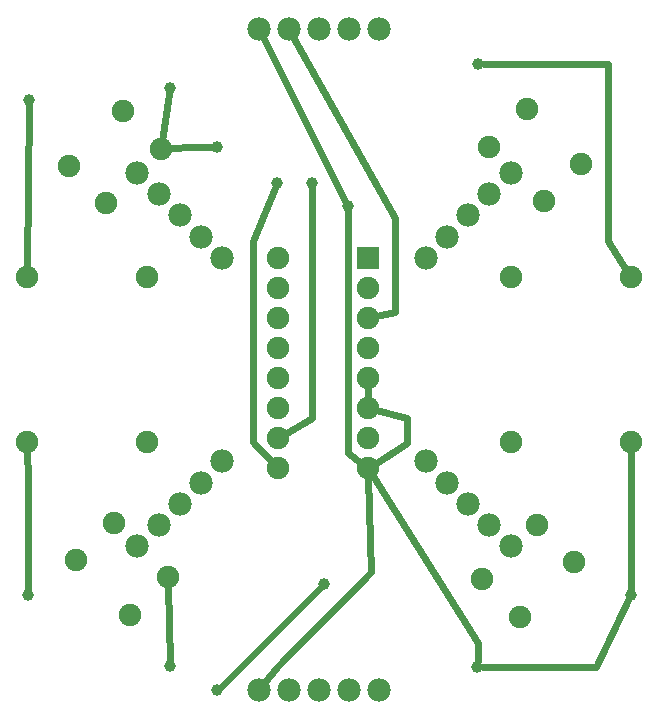
<source format=gbl>
G04 MADE WITH FRITZING*
G04 WWW.FRITZING.ORG*
G04 DOUBLE SIDED*
G04 HOLES PLATED*
G04 CONTOUR ON CENTER OF CONTOUR VECTOR*
%ASAXBY*%
%FSLAX23Y23*%
%MOIN*%
%OFA0B0*%
%SFA1.0B1.0*%
%ADD10C,0.075000*%
%ADD11C,0.078000*%
%ADD12C,0.039370*%
%ADD13R,0.075000X0.075000*%
%ADD14C,0.024000*%
%LNCOPPER0*%
G90*
G70*
G54D10*
X1327Y1517D03*
X1027Y1517D03*
X1327Y1417D03*
X1027Y1417D03*
X1327Y1317D03*
X1027Y1317D03*
X1327Y1217D03*
X1027Y1217D03*
X1327Y1117D03*
X1027Y1117D03*
X1327Y1017D03*
X1027Y1017D03*
X1327Y917D03*
X1027Y917D03*
X1327Y817D03*
X1027Y817D03*
X1327Y1517D03*
X1027Y1517D03*
X1327Y1417D03*
X1027Y1417D03*
X1327Y1317D03*
X1027Y1317D03*
X1327Y1217D03*
X1027Y1217D03*
X1327Y1117D03*
X1027Y1117D03*
X1327Y1017D03*
X1027Y1017D03*
X1327Y917D03*
X1027Y917D03*
X1327Y817D03*
X1027Y817D03*
X1912Y1707D03*
X1731Y1888D03*
X2038Y1832D03*
X1857Y2013D03*
X1708Y447D03*
X1889Y628D03*
X1833Y322D03*
X2014Y503D03*
X534Y329D03*
X353Y510D03*
X660Y454D03*
X479Y635D03*
X330Y1825D03*
X511Y2006D03*
X455Y1700D03*
X636Y1881D03*
G54D11*
X962Y2282D03*
X1062Y2282D03*
X1162Y2282D03*
X1262Y2282D03*
X1362Y2282D03*
X962Y2282D03*
X1062Y2282D03*
X1162Y2282D03*
X1262Y2282D03*
X1362Y2282D03*
X962Y77D03*
X1062Y77D03*
X1162Y77D03*
X1262Y77D03*
X1362Y77D03*
X962Y77D03*
X1062Y77D03*
X1162Y77D03*
X1262Y77D03*
X1362Y77D03*
X1802Y557D03*
X1731Y628D03*
X1661Y699D03*
X1590Y769D03*
X1519Y840D03*
X1802Y557D03*
X1731Y628D03*
X1661Y699D03*
X1590Y769D03*
X1519Y840D03*
X1802Y1801D03*
X1731Y1730D03*
X1661Y1660D03*
X1590Y1589D03*
X1519Y1518D03*
X1802Y1801D03*
X1731Y1730D03*
X1661Y1660D03*
X1590Y1589D03*
X1519Y1518D03*
X558Y557D03*
X629Y628D03*
X700Y699D03*
X770Y769D03*
X841Y840D03*
X558Y557D03*
X629Y628D03*
X700Y699D03*
X770Y769D03*
X841Y840D03*
X558Y1801D03*
X629Y1730D03*
X700Y1660D03*
X770Y1589D03*
X841Y1518D03*
X558Y1801D03*
X629Y1730D03*
X700Y1660D03*
X770Y1589D03*
X841Y1518D03*
G54D10*
X2204Y904D03*
X1804Y904D03*
X2204Y1455D03*
X1804Y1455D03*
X190Y904D03*
X590Y904D03*
X190Y1455D03*
X590Y1455D03*
G54D12*
X1141Y1769D03*
X1024Y1769D03*
X668Y156D03*
X667Y2084D03*
X825Y1889D03*
X2204Y393D03*
X1691Y155D03*
X195Y393D03*
X197Y2045D03*
X1693Y2165D03*
X825Y77D03*
X1180Y431D03*
X1259Y1690D03*
G54D13*
X1327Y1517D03*
X1327Y1517D03*
G54D14*
X1327Y788D02*
X1338Y470D01*
D02*
X1338Y470D02*
X1023Y155D01*
D02*
X1023Y155D02*
X981Y101D01*
D02*
X1259Y866D02*
X1303Y834D01*
D02*
X1259Y1671D02*
X1259Y866D01*
D02*
X976Y2255D02*
X1251Y1707D01*
D02*
X1416Y1652D02*
X1077Y2255D01*
D02*
X1416Y1338D02*
X1416Y1652D01*
D02*
X1354Y1323D02*
X1416Y1338D01*
D02*
X1141Y984D02*
X1051Y931D01*
D02*
X1141Y1750D02*
X1141Y984D01*
D02*
X1016Y1751D02*
X943Y1573D01*
D02*
X943Y903D02*
X1007Y837D01*
D02*
X943Y1573D02*
X943Y903D01*
D02*
X1327Y1088D02*
X1327Y1045D01*
D02*
X668Y175D02*
X660Y426D01*
D02*
X664Y2065D02*
X640Y1909D01*
D02*
X747Y1889D02*
X665Y1883D01*
D02*
X806Y1889D02*
X747Y1889D01*
D02*
X2204Y875D02*
X2204Y412D01*
D02*
X2086Y155D02*
X1710Y155D01*
D02*
X2195Y376D02*
X2086Y155D01*
D02*
X195Y786D02*
X195Y412D01*
D02*
X191Y875D02*
X195Y786D01*
D02*
X190Y1483D02*
X197Y2026D01*
D02*
X2188Y1479D02*
X2126Y1573D01*
D02*
X2126Y1573D02*
X2126Y2165D01*
D02*
X2126Y2165D02*
X1712Y2165D01*
D02*
X1457Y983D02*
X1457Y902D01*
D02*
X1457Y902D02*
X1350Y832D01*
D02*
X1354Y1010D02*
X1457Y983D01*
D02*
X1167Y418D02*
X839Y90D01*
D02*
X1692Y174D02*
X1692Y234D01*
D02*
X1692Y234D02*
X1342Y792D01*
G04 End of Copper0*
M02*
</source>
